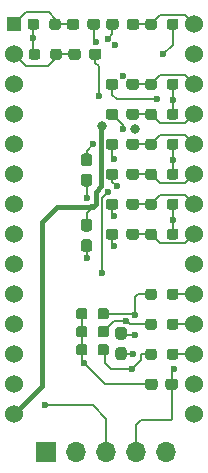
<source format=gbl>
G04 #@! TF.GenerationSoftware,KiCad,Pcbnew,5.1.12-84ad8e8a86~92~ubuntu20.04.1*
G04 #@! TF.CreationDate,2022-01-10T18:06:35+09:00*
G04 #@! TF.ProjectId,LI2026ODP,4c493230-3236-44f4-9450-2e6b69636164,rev?*
G04 #@! TF.SameCoordinates,Original*
G04 #@! TF.FileFunction,Copper,L4,Bot*
G04 #@! TF.FilePolarity,Positive*
%FSLAX46Y46*%
G04 Gerber Fmt 4.6, Leading zero omitted, Abs format (unit mm)*
G04 Created by KiCad (PCBNEW 5.1.12-84ad8e8a86~92~ubuntu20.04.1) date 2022-01-10 18:06:35*
%MOMM*%
%LPD*%
G01*
G04 APERTURE LIST*
G04 #@! TA.AperFunction,ComponentPad*
%ADD10O,1.700000X1.700000*%
G04 #@! TD*
G04 #@! TA.AperFunction,ComponentPad*
%ADD11R,1.700000X1.700000*%
G04 #@! TD*
G04 #@! TA.AperFunction,ComponentPad*
%ADD12C,1.524000*%
G04 #@! TD*
G04 #@! TA.AperFunction,ComponentPad*
%ADD13R,1.270000X1.270000*%
G04 #@! TD*
G04 #@! TA.AperFunction,ViaPad*
%ADD14C,0.600000*%
G04 #@! TD*
G04 #@! TA.AperFunction,ViaPad*
%ADD15C,0.800000*%
G04 #@! TD*
G04 #@! TA.AperFunction,Conductor*
%ADD16C,0.200000*%
G04 #@! TD*
G04 #@! TA.AperFunction,Conductor*
%ADD17C,0.400000*%
G04 #@! TD*
G04 APERTURE END LIST*
G04 #@! TO.P,C5,2*
G04 #@! TO.N,GND*
G04 #@! TA.AperFunction,SMDPad,CuDef*
G36*
G01*
X129469000Y-116602500D02*
X129469000Y-117077500D01*
G75*
G02*
X129231500Y-117315000I-237500J0D01*
G01*
X128631500Y-117315000D01*
G75*
G02*
X128394000Y-117077500I0J237500D01*
G01*
X128394000Y-116602500D01*
G75*
G02*
X128631500Y-116365000I237500J0D01*
G01*
X129231500Y-116365000D01*
G75*
G02*
X129469000Y-116602500I0J-237500D01*
G01*
G37*
G04 #@! TD.AperFunction*
G04 #@! TO.P,C5,1*
G04 #@! TO.N,/NRST*
G04 #@! TA.AperFunction,SMDPad,CuDef*
G36*
G01*
X131194000Y-116602500D02*
X131194000Y-117077500D01*
G75*
G02*
X130956500Y-117315000I-237500J0D01*
G01*
X130356500Y-117315000D01*
G75*
G02*
X130119000Y-117077500I0J237500D01*
G01*
X130119000Y-116602500D01*
G75*
G02*
X130356500Y-116365000I237500J0D01*
G01*
X130956500Y-116365000D01*
G75*
G02*
X131194000Y-116602500I0J-237500D01*
G01*
G37*
G04 #@! TD.AperFunction*
G04 #@! TD*
D10*
G04 #@! TO.P,J2,5*
G04 #@! TO.N,/LPUART2_TX*
X130175000Y-122555000D03*
G04 #@! TO.P,J2,4*
G04 #@! TO.N,/NRST*
X127635000Y-122555000D03*
G04 #@! TO.P,J2,3*
G04 #@! TO.N,/SWDIO*
X125095000Y-122555000D03*
G04 #@! TO.P,J2,2*
G04 #@! TO.N,GND*
X122555000Y-122555000D03*
D11*
G04 #@! TO.P,J2,1*
G04 #@! TO.N,/SWCLK*
X120015000Y-122555000D03*
G04 #@! TD*
D12*
G04 #@! TO.P,J1,28*
G04 #@! TO.N,Net-(D9-Pad1)*
X132540000Y-86360000D03*
G04 #@! TO.P,J1,27*
G04 #@! TO.N,Net-(J1-Pad27)*
X132540000Y-88900000D03*
G04 #@! TO.P,J1,26*
G04 #@! TO.N,Net-(D8-Pad1)*
X132540000Y-91440000D03*
G04 #@! TO.P,J1,25*
G04 #@! TO.N,Net-(D7-Pad1)*
X132540000Y-93980000D03*
G04 #@! TO.P,J1,24*
G04 #@! TO.N,Net-(D6-Pad1)*
X132540000Y-96520000D03*
G04 #@! TO.P,J1,23*
G04 #@! TO.N,Net-(D5-Pad1)*
X132540000Y-99060000D03*
G04 #@! TO.P,J1,22*
G04 #@! TO.N,Net-(D4-Pad1)*
X132540000Y-101600000D03*
G04 #@! TO.P,J1,21*
G04 #@! TO.N,Net-(D3-Pad1)*
X132540000Y-104140000D03*
G04 #@! TO.P,J1,20*
G04 #@! TO.N,Net-(J1-Pad20)*
X132540000Y-106680000D03*
G04 #@! TO.P,J1,19*
G04 #@! TO.N,/HVKEY2*
X132540000Y-109220000D03*
G04 #@! TO.P,J1,18*
G04 #@! TO.N,/HVKEY1*
X132540000Y-111760000D03*
G04 #@! TO.P,J1,17*
G04 #@! TO.N,/HVKEY0*
X132540000Y-114300000D03*
G04 #@! TO.P,J1,16*
G04 #@! TO.N,Net-(J1-Pad16)*
X132540000Y-116840000D03*
G04 #@! TO.P,J1,15*
G04 #@! TO.N,Net-(J1-Pad15)*
X132540000Y-119380000D03*
G04 #@! TO.P,J1,14*
G04 #@! TO.N,/+25V*
X117300000Y-119380000D03*
G04 #@! TO.P,J1,13*
G04 #@! TO.N,/SEG_DP*
X117300000Y-116840000D03*
G04 #@! TO.P,J1,12*
G04 #@! TO.N,/SEG_D*
X117300000Y-114300000D03*
G04 #@! TO.P,J1,11*
G04 #@! TO.N,/SEG_C*
X117300000Y-111760000D03*
G04 #@! TO.P,J1,10*
G04 #@! TO.N,/SEG_E*
X117300000Y-109220000D03*
G04 #@! TO.P,J1,9*
G04 #@! TO.N,/SEG_G*
X117300000Y-106680000D03*
G04 #@! TO.P,J1,8*
G04 #@! TO.N,/SEG_B*
X117300000Y-104140000D03*
G04 #@! TO.P,J1,7*
G04 #@! TO.N,/SEG_F*
X117300000Y-101600000D03*
G04 #@! TO.P,J1,6*
G04 #@! TO.N,/SEG_A*
X117300000Y-99060000D03*
G04 #@! TO.P,J1,5*
G04 #@! TO.N,Net-(J1-Pad5)*
X117300000Y-96520000D03*
G04 #@! TO.P,J1,4*
G04 #@! TO.N,GND*
X117300000Y-93980000D03*
G04 #@! TO.P,J1,3*
G04 #@! TO.N,Net-(J1-Pad3)*
X117300000Y-91440000D03*
G04 #@! TO.P,J1,2*
G04 #@! TO.N,Net-(D2-Pad1)*
X117300000Y-88900000D03*
D13*
G04 #@! TO.P,J1,1*
G04 #@! TO.N,Net-(D1-Pad1)*
X117300000Y-86360000D03*
G04 #@! TD*
G04 #@! TO.P,R15,2*
G04 #@! TO.N,GND*
G04 #@! TA.AperFunction,SMDPad,CuDef*
G36*
G01*
X123525000Y-113681500D02*
X123525000Y-114156500D01*
G75*
G02*
X123287500Y-114394000I-237500J0D01*
G01*
X122787500Y-114394000D01*
G75*
G02*
X122550000Y-114156500I0J237500D01*
G01*
X122550000Y-113681500D01*
G75*
G02*
X122787500Y-113444000I237500J0D01*
G01*
X123287500Y-113444000D01*
G75*
G02*
X123525000Y-113681500I0J-237500D01*
G01*
G37*
G04 #@! TD.AperFunction*
G04 #@! TO.P,R15,1*
G04 #@! TO.N,/KEY0*
G04 #@! TA.AperFunction,SMDPad,CuDef*
G36*
G01*
X125350000Y-113681500D02*
X125350000Y-114156500D01*
G75*
G02*
X125112500Y-114394000I-237500J0D01*
G01*
X124612500Y-114394000D01*
G75*
G02*
X124375000Y-114156500I0J237500D01*
G01*
X124375000Y-113681500D01*
G75*
G02*
X124612500Y-113444000I237500J0D01*
G01*
X125112500Y-113444000D01*
G75*
G02*
X125350000Y-113681500I0J-237500D01*
G01*
G37*
G04 #@! TD.AperFunction*
G04 #@! TD*
G04 #@! TO.P,R14,2*
G04 #@! TO.N,/KEY0*
G04 #@! TA.AperFunction,SMDPad,CuDef*
G36*
G01*
X129392500Y-114062500D02*
X129392500Y-114537500D01*
G75*
G02*
X129155000Y-114775000I-237500J0D01*
G01*
X128655000Y-114775000D01*
G75*
G02*
X128417500Y-114537500I0J237500D01*
G01*
X128417500Y-114062500D01*
G75*
G02*
X128655000Y-113825000I237500J0D01*
G01*
X129155000Y-113825000D01*
G75*
G02*
X129392500Y-114062500I0J-237500D01*
G01*
G37*
G04 #@! TD.AperFunction*
G04 #@! TO.P,R14,1*
G04 #@! TO.N,/HVKEY0*
G04 #@! TA.AperFunction,SMDPad,CuDef*
G36*
G01*
X131217500Y-114062500D02*
X131217500Y-114537500D01*
G75*
G02*
X130980000Y-114775000I-237500J0D01*
G01*
X130480000Y-114775000D01*
G75*
G02*
X130242500Y-114537500I0J237500D01*
G01*
X130242500Y-114062500D01*
G75*
G02*
X130480000Y-113825000I237500J0D01*
G01*
X130980000Y-113825000D01*
G75*
G02*
X131217500Y-114062500I0J-237500D01*
G01*
G37*
G04 #@! TD.AperFunction*
G04 #@! TD*
G04 #@! TO.P,R13,2*
G04 #@! TO.N,GND*
G04 #@! TA.AperFunction,SMDPad,CuDef*
G36*
G01*
X123525000Y-112157500D02*
X123525000Y-112632500D01*
G75*
G02*
X123287500Y-112870000I-237500J0D01*
G01*
X122787500Y-112870000D01*
G75*
G02*
X122550000Y-112632500I0J237500D01*
G01*
X122550000Y-112157500D01*
G75*
G02*
X122787500Y-111920000I237500J0D01*
G01*
X123287500Y-111920000D01*
G75*
G02*
X123525000Y-112157500I0J-237500D01*
G01*
G37*
G04 #@! TD.AperFunction*
G04 #@! TO.P,R13,1*
G04 #@! TO.N,/KEY1*
G04 #@! TA.AperFunction,SMDPad,CuDef*
G36*
G01*
X125350000Y-112157500D02*
X125350000Y-112632500D01*
G75*
G02*
X125112500Y-112870000I-237500J0D01*
G01*
X124612500Y-112870000D01*
G75*
G02*
X124375000Y-112632500I0J237500D01*
G01*
X124375000Y-112157500D01*
G75*
G02*
X124612500Y-111920000I237500J0D01*
G01*
X125112500Y-111920000D01*
G75*
G02*
X125350000Y-112157500I0J-237500D01*
G01*
G37*
G04 #@! TD.AperFunction*
G04 #@! TD*
G04 #@! TO.P,R12,2*
G04 #@! TO.N,/KEY1*
G04 #@! TA.AperFunction,SMDPad,CuDef*
G36*
G01*
X129392500Y-111522500D02*
X129392500Y-111997500D01*
G75*
G02*
X129155000Y-112235000I-237500J0D01*
G01*
X128655000Y-112235000D01*
G75*
G02*
X128417500Y-111997500I0J237500D01*
G01*
X128417500Y-111522500D01*
G75*
G02*
X128655000Y-111285000I237500J0D01*
G01*
X129155000Y-111285000D01*
G75*
G02*
X129392500Y-111522500I0J-237500D01*
G01*
G37*
G04 #@! TD.AperFunction*
G04 #@! TO.P,R12,1*
G04 #@! TO.N,/HVKEY1*
G04 #@! TA.AperFunction,SMDPad,CuDef*
G36*
G01*
X131217500Y-111522500D02*
X131217500Y-111997500D01*
G75*
G02*
X130980000Y-112235000I-237500J0D01*
G01*
X130480000Y-112235000D01*
G75*
G02*
X130242500Y-111997500I0J237500D01*
G01*
X130242500Y-111522500D01*
G75*
G02*
X130480000Y-111285000I237500J0D01*
G01*
X130980000Y-111285000D01*
G75*
G02*
X131217500Y-111522500I0J-237500D01*
G01*
G37*
G04 #@! TD.AperFunction*
G04 #@! TD*
G04 #@! TO.P,R11,2*
G04 #@! TO.N,GND*
G04 #@! TA.AperFunction,SMDPad,CuDef*
G36*
G01*
X123525000Y-110633500D02*
X123525000Y-111108500D01*
G75*
G02*
X123287500Y-111346000I-237500J0D01*
G01*
X122787500Y-111346000D01*
G75*
G02*
X122550000Y-111108500I0J237500D01*
G01*
X122550000Y-110633500D01*
G75*
G02*
X122787500Y-110396000I237500J0D01*
G01*
X123287500Y-110396000D01*
G75*
G02*
X123525000Y-110633500I0J-237500D01*
G01*
G37*
G04 #@! TD.AperFunction*
G04 #@! TO.P,R11,1*
G04 #@! TO.N,/KEY2*
G04 #@! TA.AperFunction,SMDPad,CuDef*
G36*
G01*
X125350000Y-110633500D02*
X125350000Y-111108500D01*
G75*
G02*
X125112500Y-111346000I-237500J0D01*
G01*
X124612500Y-111346000D01*
G75*
G02*
X124375000Y-111108500I0J237500D01*
G01*
X124375000Y-110633500D01*
G75*
G02*
X124612500Y-110396000I237500J0D01*
G01*
X125112500Y-110396000D01*
G75*
G02*
X125350000Y-110633500I0J-237500D01*
G01*
G37*
G04 #@! TD.AperFunction*
G04 #@! TD*
G04 #@! TO.P,R10,2*
G04 #@! TO.N,/KEY2*
G04 #@! TA.AperFunction,SMDPad,CuDef*
G36*
G01*
X129392500Y-108982500D02*
X129392500Y-109457500D01*
G75*
G02*
X129155000Y-109695000I-237500J0D01*
G01*
X128655000Y-109695000D01*
G75*
G02*
X128417500Y-109457500I0J237500D01*
G01*
X128417500Y-108982500D01*
G75*
G02*
X128655000Y-108745000I237500J0D01*
G01*
X129155000Y-108745000D01*
G75*
G02*
X129392500Y-108982500I0J-237500D01*
G01*
G37*
G04 #@! TD.AperFunction*
G04 #@! TO.P,R10,1*
G04 #@! TO.N,/HVKEY2*
G04 #@! TA.AperFunction,SMDPad,CuDef*
G36*
G01*
X131217500Y-108982500D02*
X131217500Y-109457500D01*
G75*
G02*
X130980000Y-109695000I-237500J0D01*
G01*
X130480000Y-109695000D01*
G75*
G02*
X130242500Y-109457500I0J237500D01*
G01*
X130242500Y-108982500D01*
G75*
G02*
X130480000Y-108745000I237500J0D01*
G01*
X130980000Y-108745000D01*
G75*
G02*
X131217500Y-108982500I0J-237500D01*
G01*
G37*
G04 #@! TD.AperFunction*
G04 #@! TD*
G04 #@! TO.P,R9,2*
G04 #@! TO.N,GND*
G04 #@! TA.AperFunction,SMDPad,CuDef*
G36*
G01*
X130242500Y-104377500D02*
X130242500Y-103902500D01*
G75*
G02*
X130480000Y-103665000I237500J0D01*
G01*
X130980000Y-103665000D01*
G75*
G02*
X131217500Y-103902500I0J-237500D01*
G01*
X131217500Y-104377500D01*
G75*
G02*
X130980000Y-104615000I-237500J0D01*
G01*
X130480000Y-104615000D01*
G75*
G02*
X130242500Y-104377500I0J237500D01*
G01*
G37*
G04 #@! TD.AperFunction*
G04 #@! TO.P,R9,1*
G04 #@! TO.N,Net-(D3-Pad1)*
G04 #@! TA.AperFunction,SMDPad,CuDef*
G36*
G01*
X128417500Y-104377500D02*
X128417500Y-103902500D01*
G75*
G02*
X128655000Y-103665000I237500J0D01*
G01*
X129155000Y-103665000D01*
G75*
G02*
X129392500Y-103902500I0J-237500D01*
G01*
X129392500Y-104377500D01*
G75*
G02*
X129155000Y-104615000I-237500J0D01*
G01*
X128655000Y-104615000D01*
G75*
G02*
X128417500Y-104377500I0J237500D01*
G01*
G37*
G04 #@! TD.AperFunction*
G04 #@! TD*
G04 #@! TO.P,R8,2*
G04 #@! TO.N,GND*
G04 #@! TA.AperFunction,SMDPad,CuDef*
G36*
G01*
X130242500Y-101837500D02*
X130242500Y-101362500D01*
G75*
G02*
X130480000Y-101125000I237500J0D01*
G01*
X130980000Y-101125000D01*
G75*
G02*
X131217500Y-101362500I0J-237500D01*
G01*
X131217500Y-101837500D01*
G75*
G02*
X130980000Y-102075000I-237500J0D01*
G01*
X130480000Y-102075000D01*
G75*
G02*
X130242500Y-101837500I0J237500D01*
G01*
G37*
G04 #@! TD.AperFunction*
G04 #@! TO.P,R8,1*
G04 #@! TO.N,Net-(D4-Pad1)*
G04 #@! TA.AperFunction,SMDPad,CuDef*
G36*
G01*
X128417500Y-101837500D02*
X128417500Y-101362500D01*
G75*
G02*
X128655000Y-101125000I237500J0D01*
G01*
X129155000Y-101125000D01*
G75*
G02*
X129392500Y-101362500I0J-237500D01*
G01*
X129392500Y-101837500D01*
G75*
G02*
X129155000Y-102075000I-237500J0D01*
G01*
X128655000Y-102075000D01*
G75*
G02*
X128417500Y-101837500I0J237500D01*
G01*
G37*
G04 #@! TD.AperFunction*
G04 #@! TD*
G04 #@! TO.P,R7,2*
G04 #@! TO.N,GND*
G04 #@! TA.AperFunction,SMDPad,CuDef*
G36*
G01*
X130242500Y-99297500D02*
X130242500Y-98822500D01*
G75*
G02*
X130480000Y-98585000I237500J0D01*
G01*
X130980000Y-98585000D01*
G75*
G02*
X131217500Y-98822500I0J-237500D01*
G01*
X131217500Y-99297500D01*
G75*
G02*
X130980000Y-99535000I-237500J0D01*
G01*
X130480000Y-99535000D01*
G75*
G02*
X130242500Y-99297500I0J237500D01*
G01*
G37*
G04 #@! TD.AperFunction*
G04 #@! TO.P,R7,1*
G04 #@! TO.N,Net-(D5-Pad1)*
G04 #@! TA.AperFunction,SMDPad,CuDef*
G36*
G01*
X128417500Y-99297500D02*
X128417500Y-98822500D01*
G75*
G02*
X128655000Y-98585000I237500J0D01*
G01*
X129155000Y-98585000D01*
G75*
G02*
X129392500Y-98822500I0J-237500D01*
G01*
X129392500Y-99297500D01*
G75*
G02*
X129155000Y-99535000I-237500J0D01*
G01*
X128655000Y-99535000D01*
G75*
G02*
X128417500Y-99297500I0J237500D01*
G01*
G37*
G04 #@! TD.AperFunction*
G04 #@! TD*
G04 #@! TO.P,R6,2*
G04 #@! TO.N,GND*
G04 #@! TA.AperFunction,SMDPad,CuDef*
G36*
G01*
X130242500Y-96757500D02*
X130242500Y-96282500D01*
G75*
G02*
X130480000Y-96045000I237500J0D01*
G01*
X130980000Y-96045000D01*
G75*
G02*
X131217500Y-96282500I0J-237500D01*
G01*
X131217500Y-96757500D01*
G75*
G02*
X130980000Y-96995000I-237500J0D01*
G01*
X130480000Y-96995000D01*
G75*
G02*
X130242500Y-96757500I0J237500D01*
G01*
G37*
G04 #@! TD.AperFunction*
G04 #@! TO.P,R6,1*
G04 #@! TO.N,Net-(D6-Pad1)*
G04 #@! TA.AperFunction,SMDPad,CuDef*
G36*
G01*
X128417500Y-96757500D02*
X128417500Y-96282500D01*
G75*
G02*
X128655000Y-96045000I237500J0D01*
G01*
X129155000Y-96045000D01*
G75*
G02*
X129392500Y-96282500I0J-237500D01*
G01*
X129392500Y-96757500D01*
G75*
G02*
X129155000Y-96995000I-237500J0D01*
G01*
X128655000Y-96995000D01*
G75*
G02*
X128417500Y-96757500I0J237500D01*
G01*
G37*
G04 #@! TD.AperFunction*
G04 #@! TD*
G04 #@! TO.P,R5,2*
G04 #@! TO.N,GND*
G04 #@! TA.AperFunction,SMDPad,CuDef*
G36*
G01*
X130242500Y-94217500D02*
X130242500Y-93742500D01*
G75*
G02*
X130480000Y-93505000I237500J0D01*
G01*
X130980000Y-93505000D01*
G75*
G02*
X131217500Y-93742500I0J-237500D01*
G01*
X131217500Y-94217500D01*
G75*
G02*
X130980000Y-94455000I-237500J0D01*
G01*
X130480000Y-94455000D01*
G75*
G02*
X130242500Y-94217500I0J237500D01*
G01*
G37*
G04 #@! TD.AperFunction*
G04 #@! TO.P,R5,1*
G04 #@! TO.N,Net-(D7-Pad1)*
G04 #@! TA.AperFunction,SMDPad,CuDef*
G36*
G01*
X128417500Y-94217500D02*
X128417500Y-93742500D01*
G75*
G02*
X128655000Y-93505000I237500J0D01*
G01*
X129155000Y-93505000D01*
G75*
G02*
X129392500Y-93742500I0J-237500D01*
G01*
X129392500Y-94217500D01*
G75*
G02*
X129155000Y-94455000I-237500J0D01*
G01*
X128655000Y-94455000D01*
G75*
G02*
X128417500Y-94217500I0J237500D01*
G01*
G37*
G04 #@! TD.AperFunction*
G04 #@! TD*
G04 #@! TO.P,D9,2*
G04 #@! TO.N,/D2*
G04 #@! TA.AperFunction,SMDPad,CuDef*
G36*
G01*
X126156000Y-86122500D02*
X126156000Y-86597500D01*
G75*
G02*
X125918500Y-86835000I-237500J0D01*
G01*
X125343500Y-86835000D01*
G75*
G02*
X125106000Y-86597500I0J237500D01*
G01*
X125106000Y-86122500D01*
G75*
G02*
X125343500Y-85885000I237500J0D01*
G01*
X125918500Y-85885000D01*
G75*
G02*
X126156000Y-86122500I0J-237500D01*
G01*
G37*
G04 #@! TD.AperFunction*
G04 #@! TO.P,D9,1*
G04 #@! TO.N,Net-(D9-Pad1)*
G04 #@! TA.AperFunction,SMDPad,CuDef*
G36*
G01*
X127906000Y-86122500D02*
X127906000Y-86597500D01*
G75*
G02*
X127668500Y-86835000I-237500J0D01*
G01*
X127093500Y-86835000D01*
G75*
G02*
X126856000Y-86597500I0J237500D01*
G01*
X126856000Y-86122500D01*
G75*
G02*
X127093500Y-85885000I237500J0D01*
G01*
X127668500Y-85885000D01*
G75*
G02*
X127906000Y-86122500I0J-237500D01*
G01*
G37*
G04 #@! TD.AperFunction*
G04 #@! TD*
G04 #@! TO.P,D7,2*
G04 #@! TO.N,/D4*
G04 #@! TA.AperFunction,SMDPad,CuDef*
G36*
G01*
X126128000Y-93742500D02*
X126128000Y-94217500D01*
G75*
G02*
X125890500Y-94455000I-237500J0D01*
G01*
X125315500Y-94455000D01*
G75*
G02*
X125078000Y-94217500I0J237500D01*
G01*
X125078000Y-93742500D01*
G75*
G02*
X125315500Y-93505000I237500J0D01*
G01*
X125890500Y-93505000D01*
G75*
G02*
X126128000Y-93742500I0J-237500D01*
G01*
G37*
G04 #@! TD.AperFunction*
G04 #@! TO.P,D7,1*
G04 #@! TO.N,Net-(D7-Pad1)*
G04 #@! TA.AperFunction,SMDPad,CuDef*
G36*
G01*
X127878000Y-93742500D02*
X127878000Y-94217500D01*
G75*
G02*
X127640500Y-94455000I-237500J0D01*
G01*
X127065500Y-94455000D01*
G75*
G02*
X126828000Y-94217500I0J237500D01*
G01*
X126828000Y-93742500D01*
G75*
G02*
X127065500Y-93505000I237500J0D01*
G01*
X127640500Y-93505000D01*
G75*
G02*
X127878000Y-93742500I0J-237500D01*
G01*
G37*
G04 #@! TD.AperFunction*
G04 #@! TD*
G04 #@! TO.P,D6,2*
G04 #@! TO.N,/D5*
G04 #@! TA.AperFunction,SMDPad,CuDef*
G36*
G01*
X126128000Y-96282500D02*
X126128000Y-96757500D01*
G75*
G02*
X125890500Y-96995000I-237500J0D01*
G01*
X125315500Y-96995000D01*
G75*
G02*
X125078000Y-96757500I0J237500D01*
G01*
X125078000Y-96282500D01*
G75*
G02*
X125315500Y-96045000I237500J0D01*
G01*
X125890500Y-96045000D01*
G75*
G02*
X126128000Y-96282500I0J-237500D01*
G01*
G37*
G04 #@! TD.AperFunction*
G04 #@! TO.P,D6,1*
G04 #@! TO.N,Net-(D6-Pad1)*
G04 #@! TA.AperFunction,SMDPad,CuDef*
G36*
G01*
X127878000Y-96282500D02*
X127878000Y-96757500D01*
G75*
G02*
X127640500Y-96995000I-237500J0D01*
G01*
X127065500Y-96995000D01*
G75*
G02*
X126828000Y-96757500I0J237500D01*
G01*
X126828000Y-96282500D01*
G75*
G02*
X127065500Y-96045000I237500J0D01*
G01*
X127640500Y-96045000D01*
G75*
G02*
X127878000Y-96282500I0J-237500D01*
G01*
G37*
G04 #@! TD.AperFunction*
G04 #@! TD*
G04 #@! TO.P,D5,2*
G04 #@! TO.N,/D6*
G04 #@! TA.AperFunction,SMDPad,CuDef*
G36*
G01*
X126128000Y-98822500D02*
X126128000Y-99297500D01*
G75*
G02*
X125890500Y-99535000I-237500J0D01*
G01*
X125315500Y-99535000D01*
G75*
G02*
X125078000Y-99297500I0J237500D01*
G01*
X125078000Y-98822500D01*
G75*
G02*
X125315500Y-98585000I237500J0D01*
G01*
X125890500Y-98585000D01*
G75*
G02*
X126128000Y-98822500I0J-237500D01*
G01*
G37*
G04 #@! TD.AperFunction*
G04 #@! TO.P,D5,1*
G04 #@! TO.N,Net-(D5-Pad1)*
G04 #@! TA.AperFunction,SMDPad,CuDef*
G36*
G01*
X127878000Y-98822500D02*
X127878000Y-99297500D01*
G75*
G02*
X127640500Y-99535000I-237500J0D01*
G01*
X127065500Y-99535000D01*
G75*
G02*
X126828000Y-99297500I0J237500D01*
G01*
X126828000Y-98822500D01*
G75*
G02*
X127065500Y-98585000I237500J0D01*
G01*
X127640500Y-98585000D01*
G75*
G02*
X127878000Y-98822500I0J-237500D01*
G01*
G37*
G04 #@! TD.AperFunction*
G04 #@! TD*
G04 #@! TO.P,C4,2*
G04 #@! TO.N,GND*
G04 #@! TA.AperFunction,SMDPad,CuDef*
G36*
G01*
X126602500Y-113059500D02*
X126127500Y-113059500D01*
G75*
G02*
X125890000Y-112822000I0J237500D01*
G01*
X125890000Y-112222000D01*
G75*
G02*
X126127500Y-111984500I237500J0D01*
G01*
X126602500Y-111984500D01*
G75*
G02*
X126840000Y-112222000I0J-237500D01*
G01*
X126840000Y-112822000D01*
G75*
G02*
X126602500Y-113059500I-237500J0D01*
G01*
G37*
G04 #@! TD.AperFunction*
G04 #@! TO.P,C4,1*
G04 #@! TO.N,+3V3*
G04 #@! TA.AperFunction,SMDPad,CuDef*
G36*
G01*
X126602500Y-114784500D02*
X126127500Y-114784500D01*
G75*
G02*
X125890000Y-114547000I0J237500D01*
G01*
X125890000Y-113947000D01*
G75*
G02*
X126127500Y-113709500I237500J0D01*
G01*
X126602500Y-113709500D01*
G75*
G02*
X126840000Y-113947000I0J-237500D01*
G01*
X126840000Y-114547000D01*
G75*
G02*
X126602500Y-114784500I-237500J0D01*
G01*
G37*
G04 #@! TD.AperFunction*
G04 #@! TD*
G04 #@! TO.P,C3,2*
G04 #@! TO.N,GND*
G04 #@! TA.AperFunction,SMDPad,CuDef*
G36*
G01*
X123681500Y-98380500D02*
X123206500Y-98380500D01*
G75*
G02*
X122969000Y-98143000I0J237500D01*
G01*
X122969000Y-97543000D01*
G75*
G02*
X123206500Y-97305500I237500J0D01*
G01*
X123681500Y-97305500D01*
G75*
G02*
X123919000Y-97543000I0J-237500D01*
G01*
X123919000Y-98143000D01*
G75*
G02*
X123681500Y-98380500I-237500J0D01*
G01*
G37*
G04 #@! TD.AperFunction*
G04 #@! TO.P,C3,1*
G04 #@! TO.N,+3V3*
G04 #@! TA.AperFunction,SMDPad,CuDef*
G36*
G01*
X123681500Y-100105500D02*
X123206500Y-100105500D01*
G75*
G02*
X122969000Y-99868000I0J237500D01*
G01*
X122969000Y-99268000D01*
G75*
G02*
X123206500Y-99030500I237500J0D01*
G01*
X123681500Y-99030500D01*
G75*
G02*
X123919000Y-99268000I0J-237500D01*
G01*
X123919000Y-99868000D01*
G75*
G02*
X123681500Y-100105500I-237500J0D01*
G01*
G37*
G04 #@! TD.AperFunction*
G04 #@! TD*
G04 #@! TO.P,C2,2*
G04 #@! TO.N,GND*
G04 #@! TA.AperFunction,SMDPad,CuDef*
G36*
G01*
X123206500Y-104565500D02*
X123681500Y-104565500D01*
G75*
G02*
X123919000Y-104803000I0J-237500D01*
G01*
X123919000Y-105403000D01*
G75*
G02*
X123681500Y-105640500I-237500J0D01*
G01*
X123206500Y-105640500D01*
G75*
G02*
X122969000Y-105403000I0J237500D01*
G01*
X122969000Y-104803000D01*
G75*
G02*
X123206500Y-104565500I237500J0D01*
G01*
G37*
G04 #@! TD.AperFunction*
G04 #@! TO.P,C2,1*
G04 #@! TO.N,/+25V*
G04 #@! TA.AperFunction,SMDPad,CuDef*
G36*
G01*
X123206500Y-102840500D02*
X123681500Y-102840500D01*
G75*
G02*
X123919000Y-103078000I0J-237500D01*
G01*
X123919000Y-103678000D01*
G75*
G02*
X123681500Y-103915500I-237500J0D01*
G01*
X123206500Y-103915500D01*
G75*
G02*
X122969000Y-103678000I0J237500D01*
G01*
X122969000Y-103078000D01*
G75*
G02*
X123206500Y-102840500I237500J0D01*
G01*
G37*
G04 #@! TD.AperFunction*
G04 #@! TD*
G04 #@! TO.P,R3,2*
G04 #@! TO.N,GND*
G04 #@! TA.AperFunction,SMDPad,CuDef*
G36*
G01*
X130242500Y-86597500D02*
X130242500Y-86122500D01*
G75*
G02*
X130480000Y-85885000I237500J0D01*
G01*
X130980000Y-85885000D01*
G75*
G02*
X131217500Y-86122500I0J-237500D01*
G01*
X131217500Y-86597500D01*
G75*
G02*
X130980000Y-86835000I-237500J0D01*
G01*
X130480000Y-86835000D01*
G75*
G02*
X130242500Y-86597500I0J237500D01*
G01*
G37*
G04 #@! TD.AperFunction*
G04 #@! TO.P,R3,1*
G04 #@! TO.N,Net-(D9-Pad1)*
G04 #@! TA.AperFunction,SMDPad,CuDef*
G36*
G01*
X128417500Y-86597500D02*
X128417500Y-86122500D01*
G75*
G02*
X128655000Y-85885000I237500J0D01*
G01*
X129155000Y-85885000D01*
G75*
G02*
X129392500Y-86122500I0J-237500D01*
G01*
X129392500Y-86597500D01*
G75*
G02*
X129155000Y-86835000I-237500J0D01*
G01*
X128655000Y-86835000D01*
G75*
G02*
X128417500Y-86597500I0J237500D01*
G01*
G37*
G04 #@! TD.AperFunction*
G04 #@! TD*
G04 #@! TO.P,R2,2*
G04 #@! TO.N,GND*
G04 #@! TA.AperFunction,SMDPad,CuDef*
G36*
G01*
X119439500Y-86122500D02*
X119439500Y-86597500D01*
G75*
G02*
X119202000Y-86835000I-237500J0D01*
G01*
X118702000Y-86835000D01*
G75*
G02*
X118464500Y-86597500I0J237500D01*
G01*
X118464500Y-86122500D01*
G75*
G02*
X118702000Y-85885000I237500J0D01*
G01*
X119202000Y-85885000D01*
G75*
G02*
X119439500Y-86122500I0J-237500D01*
G01*
G37*
G04 #@! TD.AperFunction*
G04 #@! TO.P,R2,1*
G04 #@! TO.N,Net-(D1-Pad1)*
G04 #@! TA.AperFunction,SMDPad,CuDef*
G36*
G01*
X121264500Y-86122500D02*
X121264500Y-86597500D01*
G75*
G02*
X121027000Y-86835000I-237500J0D01*
G01*
X120527000Y-86835000D01*
G75*
G02*
X120289500Y-86597500I0J237500D01*
G01*
X120289500Y-86122500D01*
G75*
G02*
X120527000Y-85885000I237500J0D01*
G01*
X121027000Y-85885000D01*
G75*
G02*
X121264500Y-86122500I0J-237500D01*
G01*
G37*
G04 #@! TD.AperFunction*
G04 #@! TD*
G04 #@! TO.P,R1,2*
G04 #@! TO.N,GND*
G04 #@! TA.AperFunction,SMDPad,CuDef*
G36*
G01*
X119526000Y-88662500D02*
X119526000Y-89137500D01*
G75*
G02*
X119288500Y-89375000I-237500J0D01*
G01*
X118788500Y-89375000D01*
G75*
G02*
X118551000Y-89137500I0J237500D01*
G01*
X118551000Y-88662500D01*
G75*
G02*
X118788500Y-88425000I237500J0D01*
G01*
X119288500Y-88425000D01*
G75*
G02*
X119526000Y-88662500I0J-237500D01*
G01*
G37*
G04 #@! TD.AperFunction*
G04 #@! TO.P,R1,1*
G04 #@! TO.N,Net-(D2-Pad1)*
G04 #@! TA.AperFunction,SMDPad,CuDef*
G36*
G01*
X121351000Y-88662500D02*
X121351000Y-89137500D01*
G75*
G02*
X121113500Y-89375000I-237500J0D01*
G01*
X120613500Y-89375000D01*
G75*
G02*
X120376000Y-89137500I0J237500D01*
G01*
X120376000Y-88662500D01*
G75*
G02*
X120613500Y-88425000I237500J0D01*
G01*
X121113500Y-88425000D01*
G75*
G02*
X121351000Y-88662500I0J-237500D01*
G01*
G37*
G04 #@! TD.AperFunction*
G04 #@! TD*
G04 #@! TO.P,D4,2*
G04 #@! TO.N,/D7*
G04 #@! TA.AperFunction,SMDPad,CuDef*
G36*
G01*
X126128000Y-101362500D02*
X126128000Y-101837500D01*
G75*
G02*
X125890500Y-102075000I-237500J0D01*
G01*
X125315500Y-102075000D01*
G75*
G02*
X125078000Y-101837500I0J237500D01*
G01*
X125078000Y-101362500D01*
G75*
G02*
X125315500Y-101125000I237500J0D01*
G01*
X125890500Y-101125000D01*
G75*
G02*
X126128000Y-101362500I0J-237500D01*
G01*
G37*
G04 #@! TD.AperFunction*
G04 #@! TO.P,D4,1*
G04 #@! TO.N,Net-(D4-Pad1)*
G04 #@! TA.AperFunction,SMDPad,CuDef*
G36*
G01*
X127878000Y-101362500D02*
X127878000Y-101837500D01*
G75*
G02*
X127640500Y-102075000I-237500J0D01*
G01*
X127065500Y-102075000D01*
G75*
G02*
X126828000Y-101837500I0J237500D01*
G01*
X126828000Y-101362500D01*
G75*
G02*
X127065500Y-101125000I237500J0D01*
G01*
X127640500Y-101125000D01*
G75*
G02*
X127878000Y-101362500I0J-237500D01*
G01*
G37*
G04 #@! TD.AperFunction*
G04 #@! TD*
G04 #@! TO.P,D3,2*
G04 #@! TO.N,/D8*
G04 #@! TA.AperFunction,SMDPad,CuDef*
G36*
G01*
X126128000Y-103902500D02*
X126128000Y-104377500D01*
G75*
G02*
X125890500Y-104615000I-237500J0D01*
G01*
X125315500Y-104615000D01*
G75*
G02*
X125078000Y-104377500I0J237500D01*
G01*
X125078000Y-103902500D01*
G75*
G02*
X125315500Y-103665000I237500J0D01*
G01*
X125890500Y-103665000D01*
G75*
G02*
X126128000Y-103902500I0J-237500D01*
G01*
G37*
G04 #@! TD.AperFunction*
G04 #@! TO.P,D3,1*
G04 #@! TO.N,Net-(D3-Pad1)*
G04 #@! TA.AperFunction,SMDPad,CuDef*
G36*
G01*
X127878000Y-103902500D02*
X127878000Y-104377500D01*
G75*
G02*
X127640500Y-104615000I-237500J0D01*
G01*
X127065500Y-104615000D01*
G75*
G02*
X126828000Y-104377500I0J237500D01*
G01*
X126828000Y-103902500D01*
G75*
G02*
X127065500Y-103665000I237500J0D01*
G01*
X127640500Y-103665000D01*
G75*
G02*
X127878000Y-103902500I0J-237500D01*
G01*
G37*
G04 #@! TD.AperFunction*
G04 #@! TD*
G04 #@! TO.P,D2,2*
G04 #@! TO.N,/D0*
G04 #@! TA.AperFunction,SMDPad,CuDef*
G36*
G01*
X123653000Y-89137500D02*
X123653000Y-88662500D01*
G75*
G02*
X123890500Y-88425000I237500J0D01*
G01*
X124465500Y-88425000D01*
G75*
G02*
X124703000Y-88662500I0J-237500D01*
G01*
X124703000Y-89137500D01*
G75*
G02*
X124465500Y-89375000I-237500J0D01*
G01*
X123890500Y-89375000D01*
G75*
G02*
X123653000Y-89137500I0J237500D01*
G01*
G37*
G04 #@! TD.AperFunction*
G04 #@! TO.P,D2,1*
G04 #@! TO.N,Net-(D2-Pad1)*
G04 #@! TA.AperFunction,SMDPad,CuDef*
G36*
G01*
X121903000Y-89137500D02*
X121903000Y-88662500D01*
G75*
G02*
X122140500Y-88425000I237500J0D01*
G01*
X122715500Y-88425000D01*
G75*
G02*
X122953000Y-88662500I0J-237500D01*
G01*
X122953000Y-89137500D01*
G75*
G02*
X122715500Y-89375000I-237500J0D01*
G01*
X122140500Y-89375000D01*
G75*
G02*
X121903000Y-89137500I0J237500D01*
G01*
G37*
G04 #@! TD.AperFunction*
G04 #@! TD*
G04 #@! TO.P,D1,2*
G04 #@! TO.N,/D1*
G04 #@! TA.AperFunction,SMDPad,CuDef*
G36*
G01*
X123526000Y-86597500D02*
X123526000Y-86122500D01*
G75*
G02*
X123763500Y-85885000I237500J0D01*
G01*
X124338500Y-85885000D01*
G75*
G02*
X124576000Y-86122500I0J-237500D01*
G01*
X124576000Y-86597500D01*
G75*
G02*
X124338500Y-86835000I-237500J0D01*
G01*
X123763500Y-86835000D01*
G75*
G02*
X123526000Y-86597500I0J237500D01*
G01*
G37*
G04 #@! TD.AperFunction*
G04 #@! TO.P,D1,1*
G04 #@! TO.N,Net-(D1-Pad1)*
G04 #@! TA.AperFunction,SMDPad,CuDef*
G36*
G01*
X121776000Y-86597500D02*
X121776000Y-86122500D01*
G75*
G02*
X122013500Y-85885000I237500J0D01*
G01*
X122588500Y-85885000D01*
G75*
G02*
X122826000Y-86122500I0J-237500D01*
G01*
X122826000Y-86597500D01*
G75*
G02*
X122588500Y-86835000I-237500J0D01*
G01*
X122013500Y-86835000D01*
G75*
G02*
X121776000Y-86597500I0J237500D01*
G01*
G37*
G04 #@! TD.AperFunction*
G04 #@! TD*
G04 #@! TO.P,R4,2*
G04 #@! TO.N,GND*
G04 #@! TA.AperFunction,SMDPad,CuDef*
G36*
G01*
X130242500Y-91677500D02*
X130242500Y-91202500D01*
G75*
G02*
X130480000Y-90965000I237500J0D01*
G01*
X130980000Y-90965000D01*
G75*
G02*
X131217500Y-91202500I0J-237500D01*
G01*
X131217500Y-91677500D01*
G75*
G02*
X130980000Y-91915000I-237500J0D01*
G01*
X130480000Y-91915000D01*
G75*
G02*
X130242500Y-91677500I0J237500D01*
G01*
G37*
G04 #@! TD.AperFunction*
G04 #@! TO.P,R4,1*
G04 #@! TO.N,Net-(D8-Pad1)*
G04 #@! TA.AperFunction,SMDPad,CuDef*
G36*
G01*
X128417500Y-91677500D02*
X128417500Y-91202500D01*
G75*
G02*
X128655000Y-90965000I237500J0D01*
G01*
X129155000Y-90965000D01*
G75*
G02*
X129392500Y-91202500I0J-237500D01*
G01*
X129392500Y-91677500D01*
G75*
G02*
X129155000Y-91915000I-237500J0D01*
G01*
X128655000Y-91915000D01*
G75*
G02*
X128417500Y-91677500I0J237500D01*
G01*
G37*
G04 #@! TD.AperFunction*
G04 #@! TD*
G04 #@! TO.P,D8,2*
G04 #@! TO.N,/D3*
G04 #@! TA.AperFunction,SMDPad,CuDef*
G36*
G01*
X126128000Y-91202500D02*
X126128000Y-91677500D01*
G75*
G02*
X125890500Y-91915000I-237500J0D01*
G01*
X125315500Y-91915000D01*
G75*
G02*
X125078000Y-91677500I0J237500D01*
G01*
X125078000Y-91202500D01*
G75*
G02*
X125315500Y-90965000I237500J0D01*
G01*
X125890500Y-90965000D01*
G75*
G02*
X126128000Y-91202500I0J-237500D01*
G01*
G37*
G04 #@! TD.AperFunction*
G04 #@! TO.P,D8,1*
G04 #@! TO.N,Net-(D8-Pad1)*
G04 #@! TA.AperFunction,SMDPad,CuDef*
G36*
G01*
X127878000Y-91202500D02*
X127878000Y-91677500D01*
G75*
G02*
X127640500Y-91915000I-237500J0D01*
G01*
X127065500Y-91915000D01*
G75*
G02*
X126828000Y-91677500I0J237500D01*
G01*
X126828000Y-91202500D01*
G75*
G02*
X127065500Y-90965000I237500J0D01*
G01*
X127640500Y-90965000D01*
G75*
G02*
X127878000Y-91202500I0J-237500D01*
G01*
G37*
G04 #@! TD.AperFunction*
G04 #@! TD*
D14*
G04 #@! TO.N,GND*
X118952000Y-87550000D03*
X130730000Y-92790000D03*
X130730000Y-97870000D03*
X130730000Y-102950000D03*
X123444000Y-106172000D03*
X123190000Y-115062000D03*
X123952000Y-96520000D03*
D15*
X127508000Y-95250000D03*
D14*
X127508000Y-112649000D03*
X129921000Y-88900000D03*
G04 #@! TO.N,+3V3*
X126492000Y-90733502D03*
X127416000Y-114300000D03*
X125862002Y-88110001D03*
X123444000Y-101092000D03*
D15*
G04 #@! TO.N,/+25V*
X124714000Y-94996000D03*
D14*
X123952000Y-101854000D03*
G04 #@! TO.N,/D1*
X124206000Y-87884000D03*
G04 #@! TO.N,/D0*
X124460000Y-92456000D03*
G04 #@! TO.N,/D8*
X125730000Y-105156000D03*
G04 #@! TO.N,/D7*
X125730000Y-102616000D03*
G04 #@! TO.N,/D6*
X125984000Y-100076000D03*
G04 #@! TO.N,/D5*
X125730000Y-97790000D03*
G04 #@! TO.N,/D4*
X126492000Y-95250000D03*
G04 #@! TO.N,/D3*
X129378000Y-92710000D03*
G04 #@! TO.N,/D2*
X125222000Y-87630000D03*
G04 #@! TO.N,/NRST*
X130810000Y-115570000D03*
G04 #@! TO.N,/SWDIO*
X119888000Y-118618000D03*
G04 #@! TO.N,/KEY2*
X127508000Y-110998000D03*
G04 #@! TO.N,/KEY1*
X126822004Y-111471000D03*
G04 #@! TO.N,/KEY0*
X127254000Y-115570000D03*
G04 #@! TO.N,/LOAD*
X125222000Y-100584000D03*
X124714000Y-107442000D03*
G04 #@! TD*
D16*
G04 #@! TO.N,GND*
X118952000Y-88813500D02*
X119038500Y-88900000D01*
X118952000Y-86360000D02*
X118952000Y-87550000D01*
X118952000Y-87550000D02*
X118952000Y-88813500D01*
X130730000Y-91440000D02*
X130730000Y-92790000D01*
X130730000Y-92790000D02*
X130730000Y-93980000D01*
X130730000Y-96520000D02*
X130730000Y-97870000D01*
X130730000Y-101600000D02*
X130730000Y-102950000D01*
X130730000Y-97870000D02*
X130730000Y-99060000D01*
X130730000Y-102950000D02*
X130730000Y-104140000D01*
X123444000Y-105103000D02*
X123444000Y-106172000D01*
X123037500Y-114909500D02*
X123190000Y-115062000D01*
X123037500Y-110871000D02*
X123037500Y-114909500D01*
X123444000Y-97120000D02*
X123444000Y-97843000D01*
X123952000Y-96520000D02*
X123444000Y-97120000D01*
X126492000Y-112649000D02*
X126365000Y-112522000D01*
X127508000Y-112649000D02*
X126492000Y-112649000D01*
X130730000Y-88091000D02*
X129921000Y-88900000D01*
X130730000Y-86360000D02*
X130730000Y-88091000D01*
X124968000Y-116840000D02*
X123190000Y-115062000D01*
X128931500Y-116840000D02*
X124968000Y-116840000D01*
G04 #@! TO.N,+3V3*
X126084500Y-114400500D02*
X125984000Y-114300000D01*
X123467838Y-99591838D02*
X123444000Y-99568000D01*
X126418000Y-114300000D02*
X126365000Y-114247000D01*
X127416000Y-114300000D02*
X126418000Y-114300000D01*
X123444000Y-100584000D02*
X123444000Y-99568000D01*
X123444000Y-101092000D02*
X123444000Y-100584000D01*
D17*
G04 #@! TO.N,/+25V*
X124206000Y-101600000D02*
X123952000Y-101854000D01*
X124206000Y-100584000D02*
X124206000Y-101600000D01*
X124652001Y-100083119D02*
X124206000Y-100584000D01*
X124652001Y-95057999D02*
X124652001Y-100083119D01*
X124714000Y-94996000D02*
X124652001Y-95057999D01*
X120904000Y-101854000D02*
X123952000Y-101854000D01*
X119662002Y-103095998D02*
X120904000Y-101854000D01*
X119662002Y-117017998D02*
X119662002Y-103095998D01*
X117300000Y-119380000D02*
X119662002Y-117017998D01*
D16*
X123444000Y-102362000D02*
X123952000Y-101854000D01*
X123444000Y-103378000D02*
X123444000Y-102362000D01*
G04 #@! TO.N,/D1*
X124051000Y-87729000D02*
X124206000Y-87884000D01*
X124051000Y-86360000D02*
X124051000Y-87729000D01*
G04 #@! TO.N,Net-(D1-Pad1)*
X122301000Y-86360000D02*
X120777000Y-86360000D01*
X120777000Y-85885000D02*
X120236000Y-85344000D01*
X120777000Y-86360000D02*
X120777000Y-85885000D01*
X118316000Y-85344000D02*
X117300000Y-86360000D01*
X120236000Y-85344000D02*
X118316000Y-85344000D01*
G04 #@! TO.N,/D0*
X124178000Y-88900000D02*
X124178000Y-89634000D01*
X124460000Y-89916000D02*
X124460000Y-92456000D01*
X124178000Y-89634000D02*
X124460000Y-89916000D01*
G04 #@! TO.N,Net-(D2-Pad1)*
X122428000Y-88900000D02*
X120863500Y-88900000D01*
X120863500Y-88900000D02*
X120863500Y-89194500D01*
X120863500Y-89194500D02*
X120142000Y-89916000D01*
X118316000Y-89916000D02*
X117300000Y-88900000D01*
X120142000Y-89916000D02*
X118316000Y-89916000D01*
G04 #@! TO.N,/D8*
X125603000Y-105029000D02*
X125730000Y-105156000D01*
X125603000Y-104140000D02*
X125603000Y-105029000D01*
G04 #@! TO.N,Net-(D3-Pad1)*
X129680010Y-104915010D02*
X128905000Y-104140000D01*
X131764990Y-104915010D02*
X129680010Y-104915010D01*
X132540000Y-104140000D02*
X131764990Y-104915010D01*
X128905000Y-104140000D02*
X127353000Y-104140000D01*
G04 #@! TO.N,/D7*
X125603000Y-102489000D02*
X125730000Y-102616000D01*
X125603000Y-101600000D02*
X125603000Y-102489000D01*
G04 #@! TO.N,Net-(D4-Pad1)*
X129680010Y-100824990D02*
X128905000Y-101600000D01*
X131764990Y-100824990D02*
X129680010Y-100824990D01*
X132540000Y-101600000D02*
X131764990Y-100824990D01*
X128905000Y-101600000D02*
X127353000Y-101600000D01*
G04 #@! TO.N,/D6*
X125603000Y-99695000D02*
X125984000Y-100076000D01*
X125603000Y-99060000D02*
X125603000Y-99695000D01*
G04 #@! TO.N,Net-(D5-Pad1)*
X131764990Y-99835010D02*
X129680010Y-99835010D01*
X129680010Y-99835010D02*
X128905000Y-99060000D01*
X132540000Y-99060000D02*
X131764990Y-99835010D01*
X128905000Y-99060000D02*
X127353000Y-99060000D01*
G04 #@! TO.N,/D5*
X125603000Y-97663000D02*
X125730000Y-97790000D01*
X125603000Y-96520000D02*
X125603000Y-97663000D01*
G04 #@! TO.N,Net-(D6-Pad1)*
X129680010Y-95744990D02*
X128905000Y-96520000D01*
X131764990Y-95744990D02*
X129680010Y-95744990D01*
X132540000Y-96520000D02*
X131764990Y-95744990D01*
X128905000Y-96520000D02*
X127353000Y-96520000D01*
G04 #@! TO.N,/D4*
X126492000Y-94869000D02*
X125603000Y-93980000D01*
X126492000Y-95250000D02*
X126492000Y-94869000D01*
G04 #@! TO.N,Net-(D7-Pad1)*
X129680010Y-94755010D02*
X128905000Y-93980000D01*
X131764990Y-94755010D02*
X129680010Y-94755010D01*
X132540000Y-93980000D02*
X131764990Y-94755010D01*
X128905000Y-93980000D02*
X127353000Y-93980000D01*
G04 #@! TO.N,/D3*
X129378000Y-92710000D02*
X125984000Y-92710000D01*
X125603000Y-92329000D02*
X125603000Y-91440000D01*
X125984000Y-92710000D02*
X125603000Y-92329000D01*
G04 #@! TO.N,Net-(D8-Pad1)*
X131764990Y-90664990D02*
X129680010Y-90664990D01*
X129680010Y-90664990D02*
X128905000Y-91440000D01*
X132540000Y-91440000D02*
X131764990Y-90664990D01*
X128905000Y-91440000D02*
X127353000Y-91440000D01*
G04 #@! TO.N,/D2*
X125631000Y-87221000D02*
X125222000Y-87630000D01*
X125631000Y-86360000D02*
X125631000Y-87221000D01*
G04 #@! TO.N,Net-(D9-Pad1)*
X127381000Y-86360000D02*
X128905000Y-86360000D01*
X131764990Y-85584990D02*
X132540000Y-86360000D01*
X129680010Y-85584990D02*
X131764990Y-85584990D01*
X128905000Y-86360000D02*
X129680010Y-85584990D01*
G04 #@! TO.N,/HVKEY2*
X130730000Y-109220000D02*
X132540000Y-109220000D01*
G04 #@! TO.N,/HVKEY1*
X130730000Y-111760000D02*
X132540000Y-111760000D01*
G04 #@! TO.N,/HVKEY0*
X130730000Y-114300000D02*
X132540000Y-114300000D01*
G04 #@! TO.N,/NRST*
X127635000Y-120269000D02*
X127635000Y-122555000D01*
X128016000Y-119888000D02*
X127635000Y-120269000D01*
X130656500Y-115723500D02*
X130810000Y-115570000D01*
X130656500Y-116840000D02*
X130656500Y-115723500D01*
X130656500Y-116840000D02*
X130656500Y-119787500D01*
X130556000Y-119888000D02*
X128016000Y-119888000D01*
X130656500Y-119787500D02*
X130556000Y-119888000D01*
G04 #@! TO.N,/SWDIO*
X119888000Y-118618000D02*
X123952000Y-118618000D01*
X125095000Y-119761000D02*
X125095000Y-122555000D01*
X123952000Y-118618000D02*
X125095000Y-119761000D01*
G04 #@! TO.N,/KEY2*
X127381000Y-110871000D02*
X127508000Y-110998000D01*
X124862500Y-110871000D02*
X127381000Y-110871000D01*
X128905000Y-109220000D02*
X127762000Y-109220000D01*
X127762000Y-109220000D02*
X127508000Y-109474000D01*
X127508000Y-109474000D02*
X127508000Y-110998000D01*
G04 #@! TO.N,/KEY1*
X125786500Y-111471000D02*
X124862500Y-112395000D01*
X126822004Y-111471000D02*
X125786500Y-111471000D01*
X127111004Y-111760000D02*
X126822004Y-111471000D01*
X128905000Y-111760000D02*
X127111004Y-111760000D01*
G04 #@! TO.N,/KEY0*
X124968000Y-115062000D02*
X124968000Y-114024500D01*
X128905000Y-114300000D02*
X128016000Y-114300000D01*
X128016000Y-114808000D02*
X127254000Y-115570000D01*
X128016000Y-114300000D02*
X128016000Y-114808000D01*
X125476000Y-115570000D02*
X124968000Y-115062000D01*
X127254000Y-115570000D02*
X125476000Y-115570000D01*
G04 #@! TO.N,/LOAD*
X124714000Y-101092000D02*
X125222000Y-100584000D01*
X124714000Y-107442000D02*
X124714000Y-101092000D01*
G04 #@! TD*
M02*

</source>
